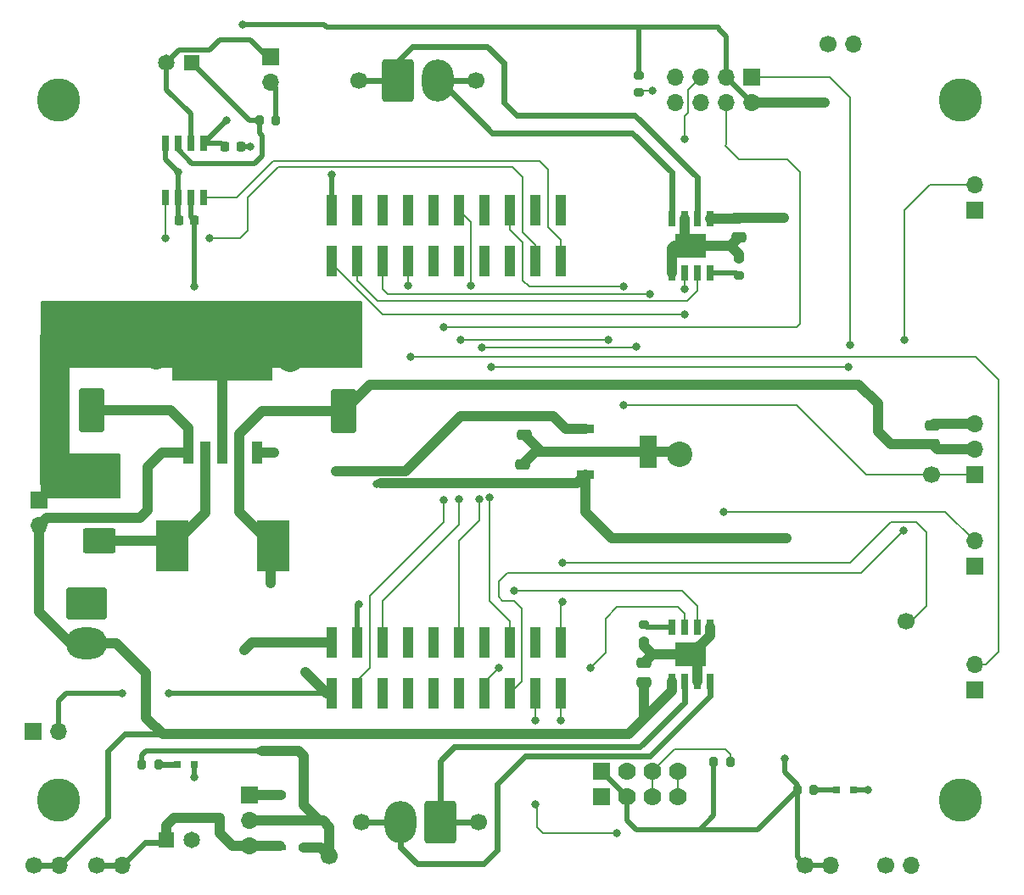
<source format=gtl>
G04 #@! TF.GenerationSoftware,KiCad,Pcbnew,9.0.5*
G04 #@! TF.CreationDate,2025-12-23T11:29:20-06:00*
G04 #@! TF.ProjectId,MotorBoard,4d6f746f-7242-46f6-9172-642e6b696361,v7*
G04 #@! TF.SameCoordinates,Original*
G04 #@! TF.FileFunction,Copper,L1,Top*
G04 #@! TF.FilePolarity,Positive*
%FSLAX46Y46*%
G04 Gerber Fmt 4.6, Leading zero omitted, Abs format (unit mm)*
G04 Created by KiCad (PCBNEW 9.0.5) date 2025-12-23 11:29:20*
%MOMM*%
%LPD*%
G01*
G04 APERTURE LIST*
G04 Aperture macros list*
%AMRoundRect*
0 Rectangle with rounded corners*
0 $1 Rounding radius*
0 $2 $3 $4 $5 $6 $7 $8 $9 X,Y pos of 4 corners*
0 Add a 4 corners polygon primitive as box body*
4,1,4,$2,$3,$4,$5,$6,$7,$8,$9,$2,$3,0*
0 Add four circle primitives for the rounded corners*
1,1,$1+$1,$2,$3*
1,1,$1+$1,$4,$5*
1,1,$1+$1,$6,$7*
1,1,$1+$1,$8,$9*
0 Add four rect primitives between the rounded corners*
20,1,$1+$1,$2,$3,$4,$5,0*
20,1,$1+$1,$4,$5,$6,$7,0*
20,1,$1+$1,$6,$7,$8,$9,0*
20,1,$1+$1,$8,$9,$2,$3,0*%
G04 Aperture macros list end*
G04 #@! TA.AperFunction,Conductor*
%ADD10C,0.200000*%
G04 #@! TD*
G04 #@! TA.AperFunction,SMDPad,CuDef*
%ADD11RoundRect,0.250000X-0.475000X0.250000X-0.475000X-0.250000X0.475000X-0.250000X0.475000X0.250000X0*%
G04 #@! TD*
G04 #@! TA.AperFunction,SMDPad,CuDef*
%ADD12RoundRect,0.200000X-0.275000X0.200000X-0.275000X-0.200000X0.275000X-0.200000X0.275000X0.200000X0*%
G04 #@! TD*
G04 #@! TA.AperFunction,ComponentPad*
%ADD13R,1.700000X1.700000*%
G04 #@! TD*
G04 #@! TA.AperFunction,ComponentPad*
%ADD14O,1.700000X1.700000*%
G04 #@! TD*
G04 #@! TA.AperFunction,ComponentPad*
%ADD15C,1.700000*%
G04 #@! TD*
G04 #@! TA.AperFunction,SMDPad,CuDef*
%ADD16RoundRect,0.225000X0.225000X0.250000X-0.225000X0.250000X-0.225000X-0.250000X0.225000X-0.250000X0*%
G04 #@! TD*
G04 #@! TA.AperFunction,SMDPad,CuDef*
%ADD17RoundRect,0.225000X-0.225000X-0.250000X0.225000X-0.250000X0.225000X0.250000X-0.225000X0.250000X0*%
G04 #@! TD*
G04 #@! TA.AperFunction,SMDPad,CuDef*
%ADD18R,1.750000X0.950000*%
G04 #@! TD*
G04 #@! TA.AperFunction,SMDPad,CuDef*
%ADD19R,1.750000X3.200000*%
G04 #@! TD*
G04 #@! TA.AperFunction,SMDPad,CuDef*
%ADD20RoundRect,0.200000X-0.200000X-0.275000X0.200000X-0.275000X0.200000X0.275000X-0.200000X0.275000X0*%
G04 #@! TD*
G04 #@! TA.AperFunction,SMDPad,CuDef*
%ADD21RoundRect,0.250000X0.475000X-0.250000X0.475000X0.250000X-0.475000X0.250000X-0.475000X-0.250000X0*%
G04 #@! TD*
G04 #@! TA.AperFunction,ComponentPad*
%ADD22RoundRect,0.250000X-1.330000X-1.850000X1.330000X-1.850000X1.330000X1.850000X-1.330000X1.850000X0*%
G04 #@! TD*
G04 #@! TA.AperFunction,ComponentPad*
%ADD23O,3.160000X4.200000*%
G04 #@! TD*
G04 #@! TA.AperFunction,SMDPad,CuDef*
%ADD24RoundRect,0.250000X1.000000X-1.950000X1.000000X1.950000X-1.000000X1.950000X-1.000000X-1.950000X0*%
G04 #@! TD*
G04 #@! TA.AperFunction,ComponentPad*
%ADD25R,1.778000X1.778000*%
G04 #@! TD*
G04 #@! TA.AperFunction,ComponentPad*
%ADD26C,1.778000*%
G04 #@! TD*
G04 #@! TA.AperFunction,SMDPad,CuDef*
%ADD27R,1.050000X0.500000*%
G04 #@! TD*
G04 #@! TA.AperFunction,ComponentPad*
%ADD28C,4.318000*%
G04 #@! TD*
G04 #@! TA.AperFunction,SMDPad,CuDef*
%ADD29R,3.200000X5.100000*%
G04 #@! TD*
G04 #@! TA.AperFunction,ComponentPad*
%ADD30R,1.650000X1.650000*%
G04 #@! TD*
G04 #@! TA.AperFunction,ComponentPad*
%ADD31C,1.650000*%
G04 #@! TD*
G04 #@! TA.AperFunction,SMDPad,CuDef*
%ADD32R,1.000000X3.150000*%
G04 #@! TD*
G04 #@! TA.AperFunction,ComponentPad*
%ADD33RoundRect,0.250000X1.330000X1.850000X-1.330000X1.850000X-1.330000X-1.850000X1.330000X-1.850000X0*%
G04 #@! TD*
G04 #@! TA.AperFunction,SMDPad,CuDef*
%ADD34R,0.650000X1.525000*%
G04 #@! TD*
G04 #@! TA.AperFunction,SMDPad,CuDef*
%ADD35R,3.100000X2.400000*%
G04 #@! TD*
G04 #@! TA.AperFunction,SMDPad,CuDef*
%ADD36RoundRect,0.200000X0.275000X-0.200000X0.275000X0.200000X-0.275000X0.200000X-0.275000X-0.200000X0*%
G04 #@! TD*
G04 #@! TA.AperFunction,SMDPad,CuDef*
%ADD37R,0.650000X1.528000*%
G04 #@! TD*
G04 #@! TA.AperFunction,SMDPad,CuDef*
%ADD38R,0.800000X0.800000*%
G04 #@! TD*
G04 #@! TA.AperFunction,SMDPad,CuDef*
%ADD39R,1.020000X2.160000*%
G04 #@! TD*
G04 #@! TA.AperFunction,SMDPad,CuDef*
%ADD40R,10.000000X6.990000*%
G04 #@! TD*
G04 #@! TA.AperFunction,SMDPad,CuDef*
%ADD41RoundRect,0.250000X1.400000X1.000000X-1.400000X1.000000X-1.400000X-1.000000X1.400000X-1.000000X0*%
G04 #@! TD*
G04 #@! TA.AperFunction,ComponentPad*
%ADD42RoundRect,0.250000X-1.800000X1.330000X-1.800000X-1.330000X1.800000X-1.330000X1.800000X1.330000X0*%
G04 #@! TD*
G04 #@! TA.AperFunction,ComponentPad*
%ADD43O,4.100000X3.160000*%
G04 #@! TD*
G04 #@! TA.AperFunction,ViaPad*
%ADD44C,0.800000*%
G04 #@! TD*
G04 #@! TA.AperFunction,ViaPad*
%ADD45C,2.540000*%
G04 #@! TD*
G04 #@! TA.AperFunction,Conductor*
%ADD46C,0.500000*%
G04 #@! TD*
G04 #@! TA.AperFunction,Conductor*
%ADD47C,1.000000*%
G04 #@! TD*
G04 #@! TA.AperFunction,Conductor*
%ADD48C,0.150000*%
G04 #@! TD*
G04 #@! TA.AperFunction,Conductor*
%ADD49C,0.600000*%
G04 #@! TD*
G04 APERTURE END LIST*
D10*
X52270172Y-76454000D02*
X60124828Y-76454000D01*
X60124828Y-80772000D01*
X52270172Y-80772000D01*
X52270172Y-76454000D01*
G04 #@! TA.AperFunction,Conductor*
G36*
X52270172Y-76454000D02*
G01*
X60124828Y-76454000D01*
X60124828Y-80772000D01*
X52270172Y-80772000D01*
X52270172Y-76454000D01*
G37*
G04 #@! TD.AperFunction*
X52252341Y-64452500D02*
X54991000Y-64452500D01*
X54991000Y-79383159D01*
X52252341Y-79383159D01*
X52252341Y-64452500D01*
G04 #@! TA.AperFunction,Conductor*
G36*
X52252341Y-64452500D02*
G01*
X54991000Y-64452500D01*
X54991000Y-79383159D01*
X52252341Y-79383159D01*
X52252341Y-64452500D01*
G37*
G04 #@! TD.AperFunction*
X52324000Y-61214000D02*
X84201000Y-61214000D01*
X84201000Y-67691000D01*
X52324000Y-67691000D01*
X52324000Y-61214000D01*
G04 #@! TA.AperFunction,Conductor*
G36*
X52324000Y-61214000D02*
G01*
X84201000Y-61214000D01*
X84201000Y-67691000D01*
X52324000Y-67691000D01*
X52324000Y-61214000D01*
G37*
G04 #@! TD.AperFunction*
D11*
X100457000Y-72616000D03*
X100457000Y-74516000D03*
D12*
X111887000Y-38609000D03*
X111887000Y-40259000D03*
D13*
X75184000Y-36700000D03*
D14*
X75184000Y-39240000D03*
D15*
X57785000Y-117475000D03*
D14*
X60325000Y-117475000D03*
D16*
X67577000Y-53086000D03*
X66027000Y-53086000D03*
D17*
X70612000Y-45720000D03*
X72162000Y-45720000D03*
D18*
X106553000Y-73886000D03*
X106553000Y-76186000D03*
X106553000Y-78486000D03*
D19*
X112853000Y-76186000D03*
D20*
X119381000Y-107188000D03*
X121031000Y-107188000D03*
X62294000Y-107442000D03*
X63944000Y-107442000D03*
D21*
X112395000Y-99182000D03*
X112395000Y-97282000D03*
D22*
X87861000Y-39116000D03*
D23*
X91821000Y-39116000D03*
D24*
X82423000Y-72136000D03*
X82423000Y-63736000D03*
D13*
X145415000Y-78486000D03*
D14*
X145415000Y-75946000D03*
X145415000Y-73406000D03*
D15*
X130810000Y-35433000D03*
D14*
X133350000Y-35433000D03*
D12*
X112395000Y-93472000D03*
X112395000Y-95122000D03*
D15*
X95885000Y-113157000D03*
D25*
X108204000Y-110617000D03*
D26*
X110744000Y-110617000D03*
X113284000Y-110617000D03*
X115824000Y-110617000D03*
D25*
X108204000Y-108077000D03*
D26*
X110744000Y-108077000D03*
X113284000Y-108077000D03*
X115824000Y-108077000D03*
D27*
X78481000Y-115697000D03*
X76205000Y-115697000D03*
D13*
X123190000Y-38735000D03*
D14*
X120650000Y-38735000D03*
X118110000Y-38735000D03*
X115570000Y-38735000D03*
X115570000Y-41275000D03*
X118110000Y-41275000D03*
X120650000Y-41275000D03*
X123190000Y-41275000D03*
D13*
X145415000Y-99949000D03*
D14*
X145415000Y-97409000D03*
D15*
X138557000Y-93091000D03*
X51557000Y-117475000D03*
D14*
X54097000Y-117475000D03*
D28*
X144000000Y-41000000D03*
D29*
X65338000Y-85598000D03*
X75438000Y-85598000D03*
D28*
X144000000Y-111000000D03*
X54000000Y-41000000D03*
D21*
X100330000Y-79342000D03*
X100330000Y-77442000D03*
D30*
X67310000Y-37338000D03*
D31*
X64770000Y-37338000D03*
D32*
X81280000Y-100300000D03*
X81280000Y-95250000D03*
X83820000Y-100300000D03*
X83820000Y-95250000D03*
X86360000Y-100300000D03*
X86360000Y-95250000D03*
X88900000Y-100300000D03*
X88900000Y-95250000D03*
X91440000Y-100300000D03*
X91440000Y-95250000D03*
X93980000Y-100300000D03*
X93980000Y-95250000D03*
X96520000Y-100300000D03*
X96520000Y-95250000D03*
X99060000Y-100300000D03*
X99060000Y-95250000D03*
X101600000Y-100300000D03*
X101600000Y-95250000D03*
X104140000Y-100300000D03*
X104140000Y-95250000D03*
D15*
X128524000Y-117475000D03*
D14*
X131064000Y-117475000D03*
D28*
X54000000Y-111000000D03*
D20*
X74042000Y-43053000D03*
X75692000Y-43053000D03*
D33*
X92075000Y-113157000D03*
D23*
X88115000Y-113157000D03*
D30*
X64770000Y-114935000D03*
D31*
X67310000Y-114935000D03*
D34*
X118999000Y-93726000D03*
X117729000Y-93726000D03*
X116459000Y-93726000D03*
X115189000Y-93726000D03*
X115189000Y-99150000D03*
X116459000Y-99150000D03*
X117729000Y-99150000D03*
X118999000Y-99150000D03*
D35*
X117094000Y-96438000D03*
D15*
X84201000Y-113157000D03*
D13*
X52070000Y-81021000D03*
D14*
X52070000Y-83561000D03*
D36*
X121920000Y-58546000D03*
X121920000Y-56896000D03*
D37*
X64643000Y-50761000D03*
X65913000Y-50761000D03*
X67183000Y-50761000D03*
X68453000Y-50761000D03*
X68453000Y-45339000D03*
X67183000Y-45339000D03*
X65913000Y-45339000D03*
X64643000Y-45339000D03*
D20*
X127700000Y-109982000D03*
X129350000Y-109982000D03*
D15*
X136525000Y-117475000D03*
D14*
X139065000Y-117475000D03*
D13*
X145415000Y-52070000D03*
D14*
X145415000Y-49530000D03*
D32*
X81280000Y-57120000D03*
X81280000Y-52070000D03*
X83820000Y-57120000D03*
X83820000Y-52070000D03*
X86360000Y-57120000D03*
X86360000Y-52070000D03*
X88900000Y-57120000D03*
X88900000Y-52070000D03*
X91440000Y-57120000D03*
X91440000Y-52070000D03*
X93980000Y-57120000D03*
X93980000Y-52070000D03*
X96520000Y-57120000D03*
X96520000Y-52070000D03*
X99060000Y-57120000D03*
X99060000Y-52070000D03*
X101600000Y-57120000D03*
X101600000Y-52070000D03*
X104140000Y-57120000D03*
X104140000Y-52070000D03*
D15*
X81026000Y-116586000D03*
X141097000Y-78486000D03*
X95631000Y-39116000D03*
D34*
X115189000Y-58293000D03*
X116459000Y-58293000D03*
X117729000Y-58293000D03*
X118999000Y-58293000D03*
X118999000Y-52869000D03*
X117729000Y-52869000D03*
X116459000Y-52869000D03*
X115189000Y-52869000D03*
D35*
X117094000Y-55581000D03*
D13*
X51430000Y-104140000D03*
D14*
X53970000Y-104140000D03*
D38*
X67500000Y-107442000D03*
X65850000Y-107442000D03*
D27*
X78481000Y-110490000D03*
X76205000Y-110490000D03*
D15*
X83947000Y-39116000D03*
D21*
X141224000Y-75433000D03*
X141224000Y-73533000D03*
D11*
X121920000Y-52837000D03*
X121920000Y-54737000D03*
D39*
X66958000Y-76285000D03*
X68658000Y-76285000D03*
X70358000Y-76285000D03*
X72058000Y-76285000D03*
X73758000Y-76285000D03*
D40*
X70358000Y-65610000D03*
D24*
X57277000Y-72027000D03*
X57277000Y-63627000D03*
D41*
X58039000Y-85032000D03*
X58039000Y-78232000D03*
D13*
X73025000Y-110490000D03*
D14*
X73025000Y-113030000D03*
X73025000Y-115570000D03*
D38*
X133286000Y-109982000D03*
X131636000Y-109982000D03*
D13*
X145415000Y-87630000D03*
D14*
X145415000Y-85090000D03*
D42*
X56769000Y-91313000D03*
D43*
X56769000Y-95273000D03*
D44*
X134747000Y-109982000D03*
X81280000Y-48514000D03*
X67564000Y-108712000D03*
D45*
X115951000Y-76426000D03*
D44*
X75565000Y-76327000D03*
X73152000Y-45720000D03*
X113792000Y-96438000D03*
D45*
X77089000Y-66929000D03*
X63754000Y-66675000D03*
D44*
X65913000Y-48260000D03*
X121076000Y-55581000D03*
X83947000Y-91440000D03*
X60325000Y-100330000D03*
X78613000Y-98171000D03*
X126619000Y-84836000D03*
X65024000Y-100330000D03*
X130429000Y-41275000D03*
X85725000Y-79375000D03*
X126492000Y-106807000D03*
X72390000Y-33528000D03*
X70739000Y-43053000D03*
X107061000Y-97790000D03*
X97917000Y-97790000D03*
X95123000Y-59563000D03*
X99441000Y-90043000D03*
X110363000Y-71501000D03*
X110363000Y-59690000D03*
X67564000Y-59690000D03*
X74041000Y-106045000D03*
X81661000Y-78105000D03*
X92456000Y-63754000D03*
X92456000Y-81026000D03*
X138430000Y-65024000D03*
X138303000Y-84074000D03*
X101600000Y-111379000D03*
X109728000Y-114300000D03*
X101600000Y-102997000D03*
X104140000Y-102997000D03*
X108839000Y-65024000D03*
X116459000Y-44958000D03*
X94107000Y-65024000D03*
X93980000Y-80899000D03*
X96266000Y-65786000D03*
X111633000Y-65659000D03*
X96012000Y-80899000D03*
X132969000Y-65532000D03*
X132842000Y-67691000D03*
X97155000Y-67691000D03*
X97028000Y-80772000D03*
X104267000Y-87249000D03*
X104267000Y-91186000D03*
X116459000Y-59944000D03*
X116459000Y-62484000D03*
X113030000Y-60452000D03*
X120396000Y-82169000D03*
X89154000Y-66675000D03*
X88900000Y-59563000D03*
X110998000Y-104267000D03*
X126365000Y-52832000D03*
X72517000Y-96012000D03*
X64643000Y-54864000D03*
X69088000Y-54864000D03*
X113284000Y-40132000D03*
X75184000Y-89281000D03*
X70104000Y-112776000D03*
D46*
X81280000Y-52070000D02*
X81280000Y-48514000D01*
X67500000Y-108648000D02*
X67564000Y-108712000D01*
D47*
X112853000Y-76186000D02*
X115711000Y-76186000D01*
X117729000Y-97073000D02*
X117094000Y-96438000D01*
D46*
X133286000Y-109982000D02*
X134747000Y-109982000D01*
D47*
X106553000Y-76186000D02*
X102127000Y-76186000D01*
X121076000Y-55581000D02*
X121920000Y-54737000D01*
D46*
X64643000Y-46990000D02*
X65913000Y-48260000D01*
D47*
X112395000Y-95122000D02*
X112395000Y-95594000D01*
D46*
X83820000Y-95250000D02*
X83820000Y-91567000D01*
X67500000Y-107442000D02*
X67500000Y-108648000D01*
D47*
X117094000Y-96438000D02*
X113239000Y-96438000D01*
X121920000Y-56425000D02*
X121076000Y-55581000D01*
X115189000Y-55880000D02*
X115488000Y-55581000D01*
X102127000Y-76186000D02*
X100457000Y-74516000D01*
X118999000Y-94533000D02*
X117094000Y-96438000D01*
X121920000Y-56896000D02*
X121920000Y-56425000D01*
D46*
X64643000Y-45339000D02*
X64643000Y-46990000D01*
D47*
X113239000Y-96438000D02*
X113792000Y-96438000D01*
X115189000Y-58293000D02*
X115189000Y-55880000D01*
D46*
X75523000Y-76285000D02*
X75565000Y-76327000D01*
D47*
X106553000Y-76186000D02*
X112853000Y-76186000D01*
X101586000Y-76186000D02*
X102127000Y-76186000D01*
X115711000Y-76186000D02*
X115951000Y-76426000D01*
X117729000Y-99150000D02*
X117729000Y-97073000D01*
X145415000Y-73406000D02*
X141351000Y-73406000D01*
X70358000Y-76285000D02*
X70358000Y-65610000D01*
X100330000Y-77442000D02*
X101586000Y-76186000D01*
D46*
X65913000Y-52972000D02*
X66027000Y-53086000D01*
D47*
X116459000Y-54946000D02*
X117094000Y-55581000D01*
D46*
X65913000Y-50761000D02*
X65913000Y-52972000D01*
D47*
X121076000Y-55581000D02*
X120523000Y-55581000D01*
X118999000Y-93726000D02*
X118999000Y-94533000D01*
D46*
X83820000Y-91567000D02*
X83947000Y-91440000D01*
X65913000Y-50761000D02*
X65913000Y-48260000D01*
D47*
X73758000Y-76285000D02*
X75523000Y-76285000D01*
X113239000Y-96438000D02*
X112395000Y-97282000D01*
X115488000Y-55581000D02*
X117094000Y-55581000D01*
X112395000Y-95594000D02*
X113239000Y-96438000D01*
X117094000Y-55581000D02*
X121076000Y-55581000D01*
X141351000Y-73406000D02*
X141224000Y-73533000D01*
X116459000Y-52869000D02*
X116459000Y-54946000D01*
D46*
X72162000Y-45720000D02*
X73152000Y-45720000D01*
X127700000Y-109412000D02*
X126492000Y-108204000D01*
X68453000Y-45339000D02*
X70231000Y-45339000D01*
D47*
X106553000Y-78486000D02*
X106553000Y-82169000D01*
D46*
X119381000Y-112521000D02*
X119381000Y-107188000D01*
X111887000Y-33782000D02*
X119888000Y-33782000D01*
D47*
X105697000Y-79342000D02*
X106553000Y-78486000D01*
D46*
X128524000Y-117475000D02*
X131064000Y-117475000D01*
X86106000Y-79375000D02*
X86139000Y-79342000D01*
D47*
X86139000Y-79342000D02*
X100330000Y-79342000D01*
D46*
X65054000Y-100300000D02*
X81280000Y-100300000D01*
X108204000Y-108077000D02*
X110744000Y-110617000D01*
D47*
X106680000Y-82296000D02*
X109220000Y-84836000D01*
X111633000Y-84836000D02*
X126619000Y-84836000D01*
D46*
X80772000Y-33782000D02*
X111887000Y-33782000D01*
X70231000Y-45339000D02*
X70612000Y-45720000D01*
X117983000Y-113919000D02*
X119381000Y-112521000D01*
X54737000Y-100330000D02*
X60325000Y-100330000D01*
X68453000Y-45339000D02*
X70739000Y-43053000D01*
X110744000Y-113030000D02*
X111633000Y-113919000D01*
D47*
X130429000Y-41275000D02*
X123190000Y-41275000D01*
D46*
X111633000Y-113919000D02*
X117983000Y-113919000D01*
X126492000Y-108204000D02*
X126492000Y-106807000D01*
X119888000Y-33782000D02*
X119888000Y-33909000D01*
X120650000Y-34671000D02*
X120650000Y-38735000D01*
X85725000Y-79375000D02*
X86106000Y-79375000D01*
X81280000Y-100300000D02*
X80742000Y-100300000D01*
X111887000Y-38609000D02*
X111887000Y-33782000D01*
X53970000Y-101097000D02*
X54737000Y-100330000D01*
X127700000Y-109982000D02*
X127700000Y-109412000D01*
X53970000Y-104140000D02*
X53970000Y-101097000D01*
X123190000Y-41275000D02*
X120650000Y-38735000D01*
X127700000Y-109982000D02*
X127700000Y-116651000D01*
X65024000Y-100330000D02*
X65054000Y-100300000D01*
X123763000Y-113919000D02*
X127700000Y-109982000D01*
X78613000Y-98171000D02*
X78740000Y-98171000D01*
X117983000Y-113919000D02*
X123763000Y-113919000D01*
X80518000Y-33528000D02*
X80772000Y-33782000D01*
X110744000Y-110617000D02*
X110744000Y-113030000D01*
X127700000Y-116651000D02*
X128524000Y-117475000D01*
D47*
X106553000Y-82169000D02*
X106680000Y-82296000D01*
X109220000Y-84836000D02*
X111633000Y-84836000D01*
D46*
X119888000Y-33909000D02*
X120650000Y-34671000D01*
D47*
X80742000Y-100300000D02*
X78613000Y-98171000D01*
X100330000Y-79342000D02*
X105697000Y-79342000D01*
D46*
X72390000Y-33528000D02*
X80518000Y-33528000D01*
D10*
X115824000Y-91694000D02*
X116459000Y-92329000D01*
X96520000Y-100300000D02*
X96520000Y-98933000D01*
X108585000Y-92837000D02*
X109728000Y-91694000D01*
X107061000Y-97790000D02*
X108585000Y-96266000D01*
X108585000Y-96266000D02*
X108585000Y-92837000D01*
X109728000Y-91694000D02*
X115824000Y-91694000D01*
X96520000Y-100300000D02*
X96520000Y-99187000D01*
X96520000Y-99187000D02*
X97917000Y-97790000D01*
X116459000Y-92329000D02*
X116459000Y-93726000D01*
X88900000Y-52070000D02*
X88900000Y-53340000D01*
D48*
X93980000Y-52070000D02*
X95123000Y-53213000D01*
X116205000Y-90043000D02*
X117729000Y-91567000D01*
X99441000Y-90043000D02*
X116205000Y-90043000D01*
X95123000Y-53213000D02*
X95123000Y-59563000D01*
X117729000Y-91567000D02*
X117729000Y-93726000D01*
D10*
X99060000Y-52070000D02*
X99060000Y-53975000D01*
X100965000Y-59690000D02*
X110363000Y-59690000D01*
X99060000Y-53975000D02*
X100330000Y-55245000D01*
X141097000Y-78486000D02*
X145415000Y-78486000D01*
X100330000Y-59055000D02*
X100965000Y-59690000D01*
X110363000Y-71501000D02*
X127635000Y-71501000D01*
X100330000Y-55245000D02*
X100330000Y-59055000D01*
X127635000Y-71501000D02*
X134620000Y-78486000D01*
X134620000Y-78486000D02*
X141097000Y-78486000D01*
X102870000Y-53721000D02*
X102870000Y-48006000D01*
X101981000Y-47117000D02*
X75438000Y-47117000D01*
X75438000Y-47117000D02*
X71794000Y-50761000D01*
X104140000Y-57120000D02*
X104140000Y-54991000D01*
X102870000Y-48006000D02*
X101981000Y-47117000D01*
X104140000Y-54991000D02*
X102870000Y-53721000D01*
X71794000Y-50761000D02*
X68453000Y-50761000D01*
D46*
X73660000Y-106045000D02*
X62738000Y-106045000D01*
D47*
X88646000Y-78105000D02*
X94135000Y-72616000D01*
X73025000Y-113030000D02*
X80010000Y-113030000D01*
D46*
X62294000Y-106489000D02*
X62294000Y-107442000D01*
D47*
X103350000Y-72616000D02*
X100457000Y-72616000D01*
X81661000Y-78105000D02*
X88646000Y-78105000D01*
D46*
X67577000Y-59550000D02*
X67577000Y-53086000D01*
D47*
X78481000Y-110490000D02*
X78481000Y-111501000D01*
D46*
X67183000Y-50761000D02*
X67183000Y-52692000D01*
X67564000Y-59563000D02*
X67577000Y-59550000D01*
X74041000Y-106045000D02*
X73660000Y-106045000D01*
X67564000Y-59690000D02*
X67564000Y-59563000D01*
D47*
X80010000Y-113030000D02*
X80391000Y-113030000D01*
X94135000Y-72616000D02*
X100457000Y-72616000D01*
X78481000Y-110490000D02*
X78481000Y-106548000D01*
X80391000Y-113030000D02*
X81026000Y-113665000D01*
X78481000Y-115697000D02*
X80137000Y-115697000D01*
X104620000Y-73886000D02*
X103350000Y-72616000D01*
X80137000Y-115697000D02*
X81026000Y-116586000D01*
D46*
X62738000Y-106045000D02*
X62294000Y-106489000D01*
D47*
X78481000Y-111501000D02*
X80010000Y-113030000D01*
X78481000Y-106548000D02*
X77978000Y-106045000D01*
X106553000Y-73886000D02*
X104620000Y-73886000D01*
X81026000Y-113665000D02*
X81026000Y-116586000D01*
D46*
X74295000Y-106045000D02*
X74041000Y-106045000D01*
D47*
X77978000Y-106045000D02*
X74295000Y-106045000D01*
D46*
X67183000Y-52692000D02*
X67577000Y-53086000D01*
D48*
X92456000Y-83185000D02*
X92456000Y-81026000D01*
X83820000Y-99060000D02*
X85090000Y-97790000D01*
X127635000Y-63754000D02*
X128016000Y-63373000D01*
X120523000Y-45593000D02*
X120650000Y-45466000D01*
X128016000Y-63373000D02*
X128016000Y-48260000D01*
X121920000Y-46990000D02*
X120523000Y-45593000D01*
X85090000Y-90551000D02*
X92456000Y-83185000D01*
X128016000Y-48260000D02*
X126746000Y-46990000D01*
X92456000Y-63754000D02*
X127635000Y-63754000D01*
X126746000Y-46990000D02*
X121920000Y-46990000D01*
X85090000Y-97790000D02*
X85090000Y-90551000D01*
X120650000Y-45466000D02*
X120650000Y-41275000D01*
D10*
X99441000Y-91059000D02*
X98298000Y-91059000D01*
X140970000Y-49530000D02*
X145415000Y-49530000D01*
X97917000Y-89154000D02*
X98806000Y-88265000D01*
X97917000Y-90678000D02*
X97917000Y-89154000D01*
X100203000Y-91821000D02*
X99441000Y-91059000D01*
X134112000Y-88265000D02*
X138303000Y-84074000D01*
X98806000Y-88265000D02*
X134112000Y-88265000D01*
X99060000Y-100300000D02*
X100203000Y-99157000D01*
X138430000Y-65024000D02*
X138430000Y-52070000D01*
X98298000Y-91059000D02*
X97917000Y-90678000D01*
X100203000Y-99157000D02*
X100203000Y-91821000D01*
X138430000Y-52070000D02*
X140970000Y-49530000D01*
D48*
X120523000Y-105918000D02*
X121031000Y-106426000D01*
X109728000Y-114300000D02*
X102362000Y-114300000D01*
X113284000Y-110617000D02*
X113284000Y-108077000D01*
X101727000Y-111506000D02*
X101600000Y-111379000D01*
X121031000Y-106426000D02*
X121031000Y-107188000D01*
X102362000Y-114300000D02*
X101727000Y-113665000D01*
X113284000Y-108077000D02*
X115443000Y-105918000D01*
X101727000Y-113665000D02*
X101727000Y-111506000D01*
X101600000Y-100300000D02*
X101600000Y-102997000D01*
X115443000Y-105918000D02*
X120523000Y-105918000D01*
X115824000Y-110617000D02*
X115824000Y-108077000D01*
X104140000Y-100300000D02*
X104140000Y-102997000D01*
X116459000Y-42672000D02*
X116840000Y-42291000D01*
X86360000Y-95250000D02*
X86360000Y-91059000D01*
X116840000Y-40005000D02*
X118110000Y-38735000D01*
X93980000Y-83439000D02*
X93980000Y-80899000D01*
X86360000Y-91059000D02*
X93980000Y-83439000D01*
X116459000Y-44958000D02*
X116459000Y-42672000D01*
X94107000Y-65024000D02*
X108839000Y-65024000D01*
X116840000Y-42291000D02*
X116840000Y-40005000D01*
X93980000Y-85090000D02*
X96012000Y-83058000D01*
X96012000Y-83058000D02*
X96012000Y-80899000D01*
X93980000Y-95250000D02*
X93980000Y-85090000D01*
X111506000Y-65786000D02*
X111633000Y-65659000D01*
X96266000Y-65786000D02*
X111506000Y-65786000D01*
X99060000Y-93091000D02*
X97028000Y-91059000D01*
X130937000Y-38735000D02*
X123190000Y-38735000D01*
X97028000Y-91059000D02*
X97028000Y-80772000D01*
X132969000Y-40767000D02*
X130937000Y-38735000D01*
X97155000Y-67691000D02*
X132715000Y-67691000D01*
X132715000Y-67691000D02*
X132842000Y-67691000D01*
X99060000Y-95250000D02*
X99060000Y-93091000D01*
X132969000Y-65532000D02*
X132969000Y-40767000D01*
X104140000Y-95250000D02*
X104140000Y-91313000D01*
X139065000Y-93091000D02*
X138557000Y-93091000D01*
X104267000Y-87249000D02*
X132969000Y-87249000D01*
X139573000Y-83185000D02*
X140589000Y-84201000D01*
X132969000Y-87249000D02*
X137033000Y-83185000D01*
X104140000Y-91313000D02*
X104267000Y-91186000D01*
X140589000Y-84201000D02*
X140589000Y-91567000D01*
X137033000Y-83185000D02*
X139573000Y-83185000D01*
X140589000Y-91567000D02*
X139065000Y-93091000D01*
X81280000Y-57120000D02*
X81280000Y-57404000D01*
X116459000Y-59944000D02*
X116459000Y-58293000D01*
X81280000Y-57404000D02*
X86360000Y-62484000D01*
X86360000Y-62484000D02*
X116459000Y-62484000D01*
X117729000Y-60071000D02*
X117729000Y-58293000D01*
X83820000Y-57120000D02*
X83820000Y-59055000D01*
X83820000Y-59055000D02*
X85852000Y-61087000D01*
X85852000Y-61087000D02*
X116713000Y-61087000D01*
X116713000Y-61087000D02*
X117729000Y-60071000D01*
X86360000Y-59944000D02*
X86868000Y-60452000D01*
X142494000Y-82169000D02*
X145415000Y-85090000D01*
X86868000Y-60452000D02*
X113030000Y-60452000D01*
X86360000Y-57120000D02*
X86360000Y-59944000D01*
X120396000Y-82169000D02*
X142494000Y-82169000D01*
X147828000Y-96139000D02*
X146558000Y-97409000D01*
X88900000Y-57120000D02*
X88900000Y-59563000D01*
X147828000Y-68961000D02*
X147828000Y-96139000D01*
X145542000Y-66675000D02*
X147828000Y-68961000D01*
X89154000Y-66675000D02*
X145542000Y-66675000D01*
X146558000Y-97409000D02*
X145415000Y-97409000D01*
D49*
X63944000Y-107442000D02*
X65850000Y-107442000D01*
D46*
X129350000Y-109982000D02*
X131636000Y-109982000D01*
D47*
X62865000Y-82042000D02*
X62865000Y-77724000D01*
X62103000Y-82804000D02*
X62865000Y-82042000D01*
X65133000Y-72027000D02*
X57277000Y-72027000D01*
X121888000Y-52869000D02*
X121920000Y-52837000D01*
X52070000Y-92184000D02*
X52070000Y-83561000D01*
X121925000Y-52832000D02*
X121920000Y-52837000D01*
X115189000Y-100076000D02*
X112395000Y-102870000D01*
X52070000Y-83561000D02*
X52827000Y-82804000D01*
D49*
X58928000Y-112644000D02*
X58928000Y-106045000D01*
D47*
X64304000Y-76285000D02*
X66958000Y-76285000D01*
X126365000Y-52832000D02*
X121925000Y-52832000D01*
D49*
X51557000Y-117475000D02*
X54097000Y-117475000D01*
X60579000Y-104394000D02*
X64389000Y-104394000D01*
D47*
X66958000Y-73816000D02*
X65151000Y-72009000D01*
X115189000Y-99150000D02*
X115189000Y-100076000D01*
X66958000Y-76285000D02*
X66958000Y-73816000D01*
D49*
X58928000Y-106045000D02*
X60579000Y-104394000D01*
D47*
X62738000Y-102743000D02*
X64389000Y-104394000D01*
X59713000Y-95273000D02*
X62738000Y-98298000D01*
X62738000Y-98298000D02*
X62738000Y-102743000D01*
X110871000Y-104394000D02*
X112395000Y-102870000D01*
X62865000Y-77724000D02*
X64304000Y-76285000D01*
D49*
X54097000Y-117475000D02*
X58928000Y-112644000D01*
D47*
X55159000Y-95273000D02*
X52070000Y-92184000D01*
X52827000Y-82804000D02*
X62103000Y-82804000D01*
X56769000Y-95273000D02*
X55159000Y-95273000D01*
X64389000Y-104394000D02*
X110871000Y-104394000D01*
X118999000Y-52869000D02*
X121888000Y-52869000D01*
X56769000Y-95273000D02*
X59713000Y-95273000D01*
X112395000Y-102870000D02*
X112395000Y-99182000D01*
D46*
X65151000Y-72009000D02*
X65133000Y-72027000D01*
D47*
X76205000Y-110490000D02*
X73025000Y-110490000D01*
X81280000Y-95250000D02*
X73279000Y-95250000D01*
X73279000Y-95250000D02*
X72517000Y-96012000D01*
D48*
X64643000Y-50761000D02*
X64643000Y-54864000D01*
X75946000Y-47752000D02*
X72898000Y-50800000D01*
X100330000Y-48768000D02*
X99314000Y-47752000D01*
X72898000Y-50800000D02*
X72898000Y-54102000D01*
X72136000Y-54864000D02*
X69088000Y-54864000D01*
X101600000Y-57120000D02*
X101600000Y-55499000D01*
X72898000Y-54102000D02*
X72136000Y-54864000D01*
X101600000Y-55499000D02*
X100330000Y-54229000D01*
X99314000Y-47752000D02*
X75946000Y-47752000D01*
X100330000Y-54229000D02*
X100330000Y-48768000D01*
D46*
X75692000Y-39748000D02*
X75184000Y-39240000D01*
X75692000Y-43053000D02*
X75692000Y-39748000D01*
D48*
X113284000Y-40132000D02*
X112014000Y-40132000D01*
X112014000Y-40132000D02*
X111887000Y-40259000D01*
D47*
X145415000Y-75946000D02*
X141737000Y-75946000D01*
X82423000Y-72136000D02*
X85090000Y-69469000D01*
D49*
X57785000Y-117475000D02*
X60325000Y-117475000D01*
D47*
X72058000Y-76285000D02*
X72058000Y-82218000D01*
X73025000Y-115570000D02*
X76078000Y-115570000D01*
D49*
X62611000Y-115189000D02*
X64516000Y-115189000D01*
D47*
X135763000Y-71374000D02*
X135763000Y-74168000D01*
X74295000Y-72136000D02*
X82423000Y-72136000D01*
D49*
X60325000Y-117475000D02*
X62611000Y-115189000D01*
D47*
X85090000Y-69469000D02*
X133858000Y-69469000D01*
X135763000Y-74168000D02*
X137028000Y-75433000D01*
X72058000Y-76285000D02*
X72058000Y-74373000D01*
X70104000Y-112776000D02*
X70104000Y-114300000D01*
X133858000Y-69469000D02*
X135763000Y-71374000D01*
X70104000Y-114300000D02*
X71374000Y-115570000D01*
D49*
X64516000Y-115189000D02*
X64770000Y-114935000D01*
D47*
X75184000Y-89281000D02*
X75184000Y-85852000D01*
D46*
X75184000Y-85852000D02*
X75438000Y-85598000D01*
D47*
X64770000Y-113538000D02*
X65532000Y-112776000D01*
X72058000Y-74373000D02*
X74295000Y-72136000D01*
X64770000Y-114935000D02*
X64770000Y-113538000D01*
X72058000Y-82218000D02*
X75438000Y-85598000D01*
X71374000Y-115570000D02*
X73025000Y-115570000D01*
X65532000Y-112776000D02*
X70104000Y-112776000D01*
X141737000Y-75946000D02*
X141224000Y-75433000D01*
X137028000Y-75433000D02*
X141224000Y-75433000D01*
D46*
X76078000Y-115570000D02*
X76205000Y-115697000D01*
D49*
X92075000Y-113157000D02*
X95885000Y-113157000D01*
X112014000Y-105664000D02*
X93472000Y-105664000D01*
X116459000Y-101219000D02*
X112014000Y-105664000D01*
X92075000Y-107061000D02*
X92075000Y-113157000D01*
X116459000Y-99150000D02*
X116459000Y-101219000D01*
X93472000Y-105664000D02*
X92075000Y-107061000D01*
X88115000Y-115674000D02*
X88115000Y-113157000D01*
X97790000Y-109347000D02*
X97790000Y-115951000D01*
X113030000Y-106553000D02*
X100584000Y-106553000D01*
X89789000Y-117348000D02*
X88115000Y-115674000D01*
X118999000Y-99150000D02*
X118999000Y-100584000D01*
X100584000Y-106553000D02*
X97790000Y-109347000D01*
X118999000Y-100584000D02*
X113030000Y-106553000D01*
X84201000Y-113157000D02*
X88115000Y-113157000D01*
X96393000Y-117348000D02*
X89789000Y-117348000D01*
X97790000Y-115951000D02*
X96393000Y-117348000D01*
D46*
X74042000Y-44324000D02*
X74042000Y-43053000D01*
X67310000Y-47371000D02*
X73533000Y-47371000D01*
X74042000Y-43053000D02*
X73025000Y-43053000D01*
X74295000Y-46609000D02*
X74295000Y-44577000D01*
X74295000Y-44577000D02*
X74042000Y-44324000D01*
X73025000Y-43053000D02*
X67310000Y-37338000D01*
X73533000Y-47371000D02*
X74295000Y-46609000D01*
X65913000Y-45339000D02*
X65913000Y-45974000D01*
X65913000Y-45974000D02*
X67310000Y-47371000D01*
X66040000Y-36068000D02*
X64770000Y-37338000D01*
X75184000Y-36700000D02*
X74800000Y-36700000D01*
X69088000Y-36068000D02*
X66040000Y-36068000D01*
X67183000Y-42418000D02*
X64770000Y-40005000D01*
X67183000Y-45339000D02*
X67183000Y-42418000D01*
X70104000Y-35052000D02*
X69088000Y-36068000D01*
X64770000Y-40005000D02*
X64770000Y-37338000D01*
X75565000Y-37081000D02*
X75184000Y-36700000D01*
X73152000Y-35052000D02*
X70104000Y-35052000D01*
X74800000Y-36700000D02*
X73152000Y-35052000D01*
D49*
X97282000Y-44323000D02*
X92075000Y-39116000D01*
X91821000Y-39116000D02*
X95631000Y-39116000D01*
X111252000Y-44323000D02*
X97282000Y-44323000D01*
X115189000Y-48260000D02*
X111252000Y-44323000D01*
X115189000Y-52869000D02*
X115189000Y-48260000D01*
X92075000Y-39116000D02*
X91821000Y-39116000D01*
X98425000Y-37338000D02*
X96774000Y-35687000D01*
X98425000Y-41275000D02*
X98425000Y-37338000D01*
X117729000Y-52869000D02*
X117729000Y-48768000D01*
X83947000Y-39116000D02*
X87861000Y-39116000D01*
X87861000Y-37107000D02*
X87861000Y-39116000D01*
X99695000Y-42545000D02*
X98425000Y-41275000D01*
X111506000Y-42545000D02*
X99695000Y-42545000D01*
X89281000Y-35687000D02*
X87861000Y-37107000D01*
X117729000Y-48768000D02*
X111506000Y-42545000D01*
X96774000Y-35687000D02*
X89281000Y-35687000D01*
D47*
X64772000Y-85032000D02*
X65338000Y-85598000D01*
X68658000Y-82278000D02*
X65338000Y-85598000D01*
X58039000Y-85032000D02*
X64772000Y-85032000D01*
X68658000Y-76285000D02*
X68658000Y-82278000D01*
D46*
X121667000Y-58293000D02*
X121920000Y-58546000D01*
X118999000Y-58293000D02*
X121667000Y-58293000D01*
X112649000Y-93726000D02*
X112395000Y-93472000D01*
X115189000Y-93726000D02*
X112649000Y-93726000D01*
M02*

</source>
